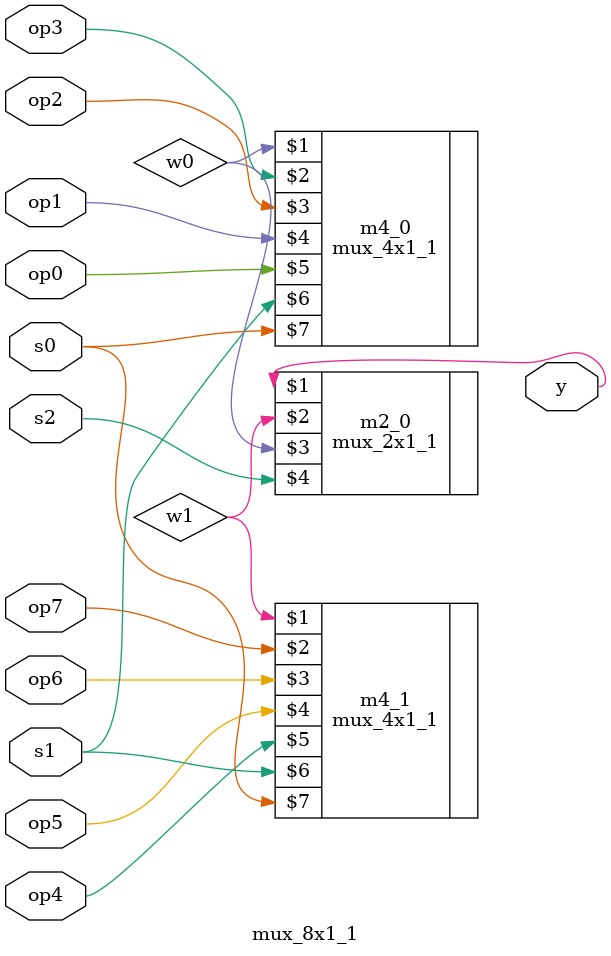
<source format=v>
module mux_8x1_1(y, op7, op6, op5, op4, op3, op2, op1, op0, s2, s1, s0);
input op7, op6, op5, op4, op3, op2, op1, op0, s2, s1, s0;
output y;
wire w1, w0;

mux_4x1_1	m4_0(w0,op3,op2,op1,op0,s1,s0),
				m4_1(w1,op7,op6,op5,op4,s1,s0);
mux_2x1_1 m2_0(y,w1,w0,s2);

endmodule

</source>
